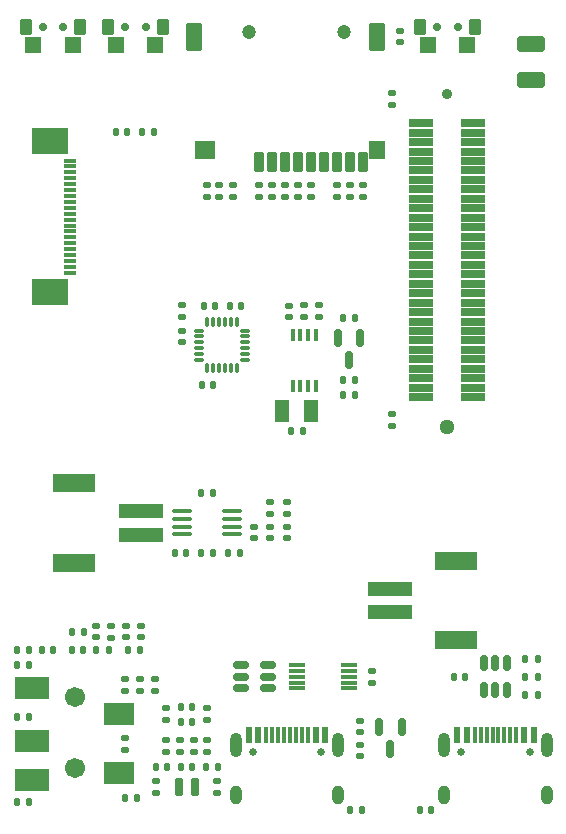
<source format=gts>
G04 #@! TF.GenerationSoftware,KiCad,Pcbnew,(6.0.4)*
G04 #@! TF.CreationDate,2022-04-26T12:45:06+08:00*
G04 #@! TF.ProjectId,A133CoreDK,41313333-436f-4726-9544-4b2e6b696361,rev?*
G04 #@! TF.SameCoordinates,Original*
G04 #@! TF.FileFunction,Soldermask,Top*
G04 #@! TF.FilePolarity,Negative*
%FSLAX46Y46*%
G04 Gerber Fmt 4.6, Leading zero omitted, Abs format (unit mm)*
G04 Created by KiCad (PCBNEW (6.0.4)) date 2022-04-26 12:45:06*
%MOMM*%
%LPD*%
G01*
G04 APERTURE LIST*
G04 Aperture macros list*
%AMRoundRect*
0 Rectangle with rounded corners*
0 $1 Rounding radius*
0 $2 $3 $4 $5 $6 $7 $8 $9 X,Y pos of 4 corners*
0 Add a 4 corners polygon primitive as box body*
4,1,4,$2,$3,$4,$5,$6,$7,$8,$9,$2,$3,0*
0 Add four circle primitives for the rounded corners*
1,1,$1+$1,$2,$3*
1,1,$1+$1,$4,$5*
1,1,$1+$1,$6,$7*
1,1,$1+$1,$8,$9*
0 Add four rect primitives between the rounded corners*
20,1,$1+$1,$2,$3,$4,$5,0*
20,1,$1+$1,$4,$5,$6,$7,0*
20,1,$1+$1,$6,$7,$8,$9,0*
20,1,$1+$1,$8,$9,$2,$3,0*%
G04 Aperture macros list end*
%ADD10RoundRect,0.135000X-0.135000X-0.185000X0.135000X-0.185000X0.135000X0.185000X-0.135000X0.185000X0*%
%ADD11RoundRect,0.135000X-0.185000X0.135000X-0.185000X-0.135000X0.185000X-0.135000X0.185000X0.135000X0*%
%ADD12RoundRect,0.135000X0.135000X0.185000X-0.135000X0.185000X-0.135000X-0.185000X0.135000X-0.185000X0*%
%ADD13R,1.400000X0.300000*%
%ADD14RoundRect,0.250000X-0.925000X0.412500X-0.925000X-0.412500X0.925000X-0.412500X0.925000X0.412500X0*%
%ADD15RoundRect,0.135000X0.185000X-0.135000X0.185000X0.135000X-0.185000X0.135000X-0.185000X-0.135000X0*%
%ADD16RoundRect,0.140000X0.170000X-0.140000X0.170000X0.140000X-0.170000X0.140000X-0.170000X-0.140000X0*%
%ADD17RoundRect,0.050800X-1.850400X0.500400X-1.850400X-0.500400X1.850400X-0.500400X1.850400X0.500400X0*%
%ADD18RoundRect,0.050800X-1.700550X0.750550X-1.700550X-0.750550X1.700550X-0.750550X1.700550X0.750550X0*%
%ADD19C,1.198900*%
%ADD20RoundRect,0.050800X0.350500X0.800100X-0.350500X0.800100X-0.350500X-0.800100X0.350500X-0.800100X0*%
%ADD21RoundRect,0.050800X0.599450X0.750550X-0.599450X0.750550X-0.599450X-0.750550X0.599450X-0.750550X0*%
%ADD22RoundRect,0.050800X0.599450X1.099800X-0.599450X1.099800X-0.599450X-1.099800X0.599450X-1.099800X0*%
%ADD23RoundRect,0.050800X0.800100X0.750550X-0.800100X0.750550X-0.800100X-0.750550X0.800100X-0.750550X0*%
%ADD24RoundRect,0.140000X-0.140000X-0.170000X0.140000X-0.170000X0.140000X0.170000X-0.140000X0.170000X0*%
%ADD25RoundRect,0.050800X-0.500400X0.900450X-0.500400X-0.900450X0.500400X-0.900450X0.500400X0.900450X0*%
%ADD26RoundRect,0.150000X-0.150000X0.587500X-0.150000X-0.587500X0.150000X-0.587500X0.150000X0.587500X0*%
%ADD27RoundRect,0.140000X0.140000X0.170000X-0.140000X0.170000X-0.140000X-0.170000X0.140000X-0.170000X0*%
%ADD28RoundRect,0.100000X0.712500X0.100000X-0.712500X0.100000X-0.712500X-0.100000X0.712500X-0.100000X0*%
%ADD29C,1.300500*%
%ADD30C,0.899200*%
%ADD31RoundRect,0.050800X-0.999500X0.250200X-0.999500X-0.250200X0.999500X-0.250200X0.999500X0.250200X0*%
%ADD32RoundRect,0.140000X-0.170000X0.140000X-0.170000X-0.140000X0.170000X-0.140000X0.170000X0.140000X0*%
%ADD33RoundRect,0.147500X-0.147500X-0.172500X0.147500X-0.172500X0.147500X0.172500X-0.147500X0.172500X0*%
%ADD34R,0.400000X1.100000*%
%ADD35C,1.701800*%
%ADD36RoundRect,0.050800X1.399550X0.900450X-1.399550X0.900450X-1.399550X-0.900450X1.399550X-0.900450X0*%
%ADD37RoundRect,0.050800X1.249700X0.900450X-1.249700X0.900450X-1.249700X-0.900450X1.249700X-0.900450X0*%
%ADD38C,0.701000*%
%ADD39RoundRect,0.050800X0.449600X0.599450X-0.449600X0.599450X-0.449600X-0.599450X0.449600X-0.599450X0*%
%ADD40RoundRect,0.050800X-0.449600X-0.599450X0.449600X-0.599450X0.449600X0.599450X-0.449600X0.599450X0*%
%ADD41RoundRect,0.050800X0.599450X0.650250X-0.599450X0.650250X-0.599450X-0.650250X0.599450X-0.650250X0*%
%ADD42C,0.650000*%
%ADD43R,0.600000X1.450000*%
%ADD44R,0.300000X1.450000*%
%ADD45O,1.000000X2.100000*%
%ADD46O,1.000000X1.600000*%
%ADD47R,1.100000X0.300000*%
%ADD48R,3.100000X2.300000*%
%ADD49RoundRect,0.150000X0.512500X0.150000X-0.512500X0.150000X-0.512500X-0.150000X0.512500X-0.150000X0*%
%ADD50RoundRect,0.075000X0.350000X0.075000X-0.350000X0.075000X-0.350000X-0.075000X0.350000X-0.075000X0*%
%ADD51RoundRect,0.075000X-0.075000X0.350000X-0.075000X-0.350000X0.075000X-0.350000X0.075000X0.350000X0*%
%ADD52RoundRect,0.175000X0.175000X-0.625000X0.175000X0.625000X-0.175000X0.625000X-0.175000X-0.625000X0*%
%ADD53RoundRect,0.050800X1.850400X-0.500400X1.850400X0.500400X-1.850400X0.500400X-1.850400X-0.500400X0*%
%ADD54RoundRect,0.050800X1.700550X-0.750550X1.700550X0.750550X-1.700550X0.750550X-1.700550X-0.750550X0*%
%ADD55RoundRect,0.150000X0.150000X-0.512500X0.150000X0.512500X-0.150000X0.512500X-0.150000X-0.512500X0*%
G04 APERTURE END LIST*
D10*
X152779000Y-124968000D03*
X153799000Y-124968000D03*
D11*
X135001000Y-113866200D03*
X135001000Y-114886200D03*
D12*
X125579600Y-124282200D03*
X124559600Y-124282200D03*
D13*
X148295000Y-112645100D03*
X148295000Y-113145100D03*
X148295000Y-113645100D03*
X148295000Y-114145100D03*
X148295000Y-114645100D03*
X152695000Y-114645100D03*
X152695000Y-114145100D03*
X152695000Y-113645100D03*
X152695000Y-113145100D03*
X152695000Y-112645100D03*
D14*
X168148000Y-60057500D03*
X168148000Y-63132500D03*
D12*
X132336000Y-111404400D03*
X131316000Y-111404400D03*
D15*
X136398000Y-123471400D03*
X136398000Y-122451400D03*
D16*
X153670000Y-120368000D03*
X153670000Y-119408000D03*
D11*
X146050000Y-98854800D03*
X146050000Y-99874800D03*
D17*
X135056900Y-99634000D03*
X135056900Y-101635600D03*
D18*
X129407900Y-103985100D03*
X129407900Y-97284500D03*
D19*
X144269500Y-59070200D03*
X152270500Y-59070200D03*
D20*
X145069600Y-70071000D03*
X146169400Y-70071000D03*
X147269200Y-70071000D03*
X148369000Y-70071000D03*
X149468800Y-70071000D03*
X150568700Y-70071000D03*
X151671000Y-70071000D03*
X152770800Y-70071000D03*
D21*
X155069500Y-69070200D03*
D22*
X155069500Y-59469000D03*
X139570500Y-59469000D03*
D23*
X140469600Y-69070200D03*
D20*
X153870700Y-70071000D03*
D24*
X152227400Y-83312000D03*
X153187400Y-83312000D03*
D11*
X140716000Y-116279200D03*
X140716000Y-117299200D03*
D15*
X147269200Y-73027000D03*
X147269200Y-72007000D03*
D11*
X137210800Y-116279200D03*
X137210800Y-117299200D03*
X133756400Y-113866200D03*
X133756400Y-114886200D03*
D25*
X149512100Y-91135200D03*
X147012700Y-91135200D03*
D26*
X153657400Y-84990700D03*
X151757400Y-84990700D03*
X152707400Y-86865700D03*
D16*
X147472400Y-101927600D03*
X147472400Y-100967600D03*
D11*
X141732000Y-72007000D03*
X141732000Y-73027000D03*
D27*
X139443400Y-117449600D03*
X138483400Y-117449600D03*
D15*
X145069600Y-73027000D03*
X145069600Y-72007000D03*
D10*
X124559600Y-117094000D03*
X125579600Y-117094000D03*
D28*
X142803100Y-101609800D03*
X142803100Y-100959800D03*
X142803100Y-100309800D03*
X142803100Y-99659800D03*
X138578100Y-99659800D03*
X138578100Y-100309800D03*
X138578100Y-100959800D03*
X138578100Y-101609800D03*
D15*
X153870700Y-73027000D03*
X153870700Y-72007000D03*
D10*
X140180600Y-98120200D03*
X141200600Y-98120200D03*
D12*
X153217400Y-89789000D03*
X152197400Y-89789000D03*
D24*
X142598200Y-82245200D03*
X143558200Y-82245200D03*
D29*
X160985200Y-92486400D03*
D30*
X160985200Y-64287400D03*
D31*
X163184800Y-66786700D03*
X163184800Y-67586800D03*
X163184800Y-68386900D03*
X163184800Y-69187000D03*
X163184800Y-69987100D03*
X163184800Y-70787200D03*
X163184800Y-71587300D03*
X163184800Y-72387400D03*
X163184800Y-73187500D03*
X163184800Y-73987600D03*
X163184800Y-74787700D03*
X163184800Y-75587800D03*
X163184800Y-76387900D03*
X163184800Y-77188000D03*
X163184800Y-77988100D03*
X163184800Y-78788200D03*
X163184800Y-79585800D03*
X163184800Y-80385900D03*
X163184800Y-81186000D03*
X163184800Y-81986100D03*
X163184800Y-82786200D03*
X163184800Y-83586300D03*
X163184800Y-84386400D03*
X163184800Y-85186500D03*
X163184800Y-85986600D03*
X163184800Y-86786700D03*
X163184800Y-87586800D03*
X163184800Y-88386900D03*
X163184800Y-89187000D03*
X163184800Y-89987100D03*
X158785600Y-66786700D03*
X158785600Y-67586800D03*
X158785600Y-68386900D03*
X158785600Y-69187000D03*
X158785600Y-69987100D03*
X158785600Y-70787200D03*
X158785600Y-71587300D03*
X158785600Y-72387400D03*
X158785600Y-73187500D03*
X158785600Y-73987600D03*
X158785600Y-74787700D03*
X158785600Y-75587800D03*
X158785600Y-76387900D03*
X158785600Y-77188000D03*
X158785600Y-77988100D03*
X158785600Y-78788200D03*
X158785600Y-79585800D03*
X158785600Y-80385900D03*
X158785600Y-81186000D03*
X158785600Y-81986100D03*
X158785600Y-82786200D03*
X158785600Y-83586300D03*
X158785600Y-84386400D03*
X158785600Y-85186500D03*
X158785600Y-85986600D03*
X158785600Y-86786700D03*
X158785600Y-87586800D03*
X158785600Y-88386900D03*
X158785600Y-89187000D03*
X158785600Y-89987100D03*
D32*
X153670000Y-117376000D03*
X153670000Y-118336000D03*
D11*
X156337000Y-64260000D03*
X156337000Y-65280000D03*
D33*
X132966600Y-67564000D03*
X133936600Y-67564000D03*
D34*
X147922400Y-89043400D03*
X148572400Y-89043400D03*
X149222400Y-89043400D03*
X149872400Y-89043400D03*
X149872400Y-84743400D03*
X149222400Y-84743400D03*
X148572400Y-84743400D03*
X147922400Y-84743400D03*
D15*
X149468800Y-73027000D03*
X149468800Y-72007000D03*
D10*
X124559600Y-111404400D03*
X125579600Y-111404400D03*
D11*
X147472400Y-98854800D03*
X147472400Y-99874800D03*
D15*
X133756400Y-119864600D03*
X133756400Y-118844600D03*
D32*
X133858000Y-109349600D03*
X133858000Y-110309600D03*
D10*
X167638000Y-112141000D03*
X168658000Y-112141000D03*
D33*
X158696800Y-124968000D03*
X159666800Y-124968000D03*
D32*
X142915600Y-72037000D03*
X142915600Y-72997000D03*
D16*
X138379200Y-120012400D03*
X138379200Y-119052400D03*
D35*
X129489200Y-115341400D03*
X129489200Y-121340900D03*
D36*
X125890000Y-122389900D03*
D37*
X133190000Y-116840000D03*
D36*
X125890000Y-119090400D03*
X125890000Y-114592100D03*
D37*
X133190000Y-121841300D03*
D15*
X151671000Y-73027000D03*
X151671000Y-72007000D03*
D27*
X139443400Y-116179600D03*
X138483400Y-116179600D03*
D16*
X139547600Y-120012400D03*
X139547600Y-119052400D03*
D27*
X127657800Y-111404400D03*
X126697800Y-111404400D03*
X141196000Y-88925400D03*
X140236000Y-88925400D03*
X148767800Y-92887800D03*
X147807800Y-92887800D03*
D38*
X135470900Y-58661300D03*
D39*
X136921200Y-58661300D03*
D40*
X132321300Y-58661300D03*
D38*
X133769100Y-58661300D03*
D41*
X132946100Y-60210700D03*
X136296400Y-60210700D03*
D42*
X167990000Y-120007000D03*
X162210000Y-120007000D03*
D43*
X161850000Y-118562000D03*
X162650000Y-118562000D03*
D44*
X163850000Y-118562000D03*
X164850000Y-118562000D03*
X165350000Y-118562000D03*
X166350000Y-118562000D03*
D43*
X167550000Y-118562000D03*
X168350000Y-118562000D03*
X168350000Y-118562000D03*
X167550000Y-118562000D03*
D44*
X166850000Y-118562000D03*
X165850000Y-118562000D03*
X164350000Y-118562000D03*
X163350000Y-118562000D03*
D43*
X162650000Y-118562000D03*
X161850000Y-118562000D03*
D45*
X169420000Y-119477000D03*
D46*
X160780000Y-123657000D03*
X169420000Y-123657000D03*
D45*
X160780000Y-119477000D03*
D40*
X125336300Y-58661300D03*
D38*
X126784100Y-58661300D03*
X128485900Y-58661300D03*
D39*
X129936200Y-58661300D03*
D41*
X125961100Y-60210700D03*
X129311400Y-60210700D03*
D11*
X141503400Y-122451400D03*
X141503400Y-123471400D03*
D10*
X140180600Y-103174800D03*
X141200600Y-103174800D03*
D24*
X129237800Y-111404400D03*
X130197800Y-111404400D03*
D27*
X138884600Y-103174800D03*
X137924600Y-103174800D03*
D42*
X144557000Y-120007000D03*
X150337000Y-120007000D03*
D43*
X144197000Y-118562000D03*
X144997000Y-118562000D03*
D44*
X146197000Y-118562000D03*
X147197000Y-118562000D03*
X147697000Y-118562000D03*
X148697000Y-118562000D03*
D43*
X149897000Y-118562000D03*
X150697000Y-118562000D03*
X150697000Y-118562000D03*
X149897000Y-118562000D03*
D44*
X149197000Y-118562000D03*
X148197000Y-118562000D03*
X146697000Y-118562000D03*
X145697000Y-118562000D03*
D43*
X144997000Y-118562000D03*
X144197000Y-118562000D03*
D46*
X143127000Y-123657000D03*
D45*
X143127000Y-119477000D03*
X151767000Y-119477000D03*
D46*
X151767000Y-123657000D03*
D27*
X141577000Y-121285000D03*
X140617000Y-121285000D03*
D10*
X167638000Y-115189000D03*
X168658000Y-115189000D03*
D11*
X150192800Y-82192400D03*
X150192800Y-83212400D03*
D27*
X139443400Y-121285000D03*
X138483400Y-121285000D03*
D26*
X157160000Y-117934500D03*
X155260000Y-117934500D03*
X156210000Y-119809500D03*
D27*
X141348400Y-82245200D03*
X140388400Y-82245200D03*
D47*
X129097192Y-69951400D03*
X129097192Y-70451400D03*
X129097192Y-70951400D03*
X129097192Y-71451400D03*
X129097192Y-71951400D03*
X129097192Y-72451400D03*
X129097192Y-72951400D03*
X129097192Y-73451400D03*
X129097192Y-73951400D03*
X129097192Y-74451400D03*
X129097192Y-74951400D03*
X129097192Y-75451400D03*
X129097192Y-75951400D03*
X129097192Y-76451400D03*
X129097192Y-76951400D03*
X129097192Y-77451400D03*
X129097192Y-77951400D03*
X129097192Y-78451400D03*
X129097192Y-78951400D03*
X129097192Y-79451400D03*
D48*
X127397192Y-68281400D03*
X127397192Y-81121400D03*
D12*
X136196800Y-67564000D03*
X135176800Y-67564000D03*
D16*
X157022800Y-59916000D03*
X157022800Y-58956000D03*
D12*
X168658000Y-113665000D03*
X167638000Y-113665000D03*
D16*
X144678400Y-101919800D03*
X144678400Y-100959800D03*
D11*
X140632200Y-72007000D03*
X140632200Y-73027000D03*
D10*
X142466600Y-103174800D03*
X143486600Y-103174800D03*
D49*
X145866700Y-114595100D03*
X145866700Y-113645100D03*
X145866700Y-112695100D03*
X143591700Y-112695100D03*
X143591700Y-113645100D03*
X143591700Y-114595100D03*
D10*
X124559600Y-112623600D03*
X125579600Y-112623600D03*
D12*
X130253200Y-109905800D03*
X129233200Y-109905800D03*
D27*
X134973000Y-111404400D03*
X134013000Y-111404400D03*
D15*
X146169400Y-73027000D03*
X146169400Y-72007000D03*
D24*
X161572000Y-113665000D03*
X162532000Y-113665000D03*
D16*
X131318000Y-110309600D03*
X131318000Y-109349600D03*
D15*
X148369000Y-73027000D03*
X148369000Y-72007000D03*
D11*
X140716000Y-119022400D03*
X140716000Y-120042400D03*
D16*
X146050000Y-101927600D03*
X146050000Y-100967600D03*
D12*
X134749000Y-123901200D03*
X133729000Y-123901200D03*
D50*
X143910600Y-86848000D03*
X143910600Y-86348000D03*
X143910600Y-85848000D03*
X143910600Y-85348000D03*
X143910600Y-84848000D03*
X143910600Y-84348000D03*
D51*
X143210600Y-83648000D03*
X142710600Y-83648000D03*
X142210600Y-83648000D03*
X141710600Y-83648000D03*
X141210600Y-83648000D03*
X140710600Y-83648000D03*
D50*
X140010600Y-84348000D03*
X140010600Y-84848000D03*
X140010600Y-85348000D03*
X140010600Y-85848000D03*
X140010600Y-86348000D03*
X140010600Y-86848000D03*
D51*
X140710600Y-87548000D03*
X141210600Y-87548000D03*
X141710600Y-87548000D03*
X142210600Y-87548000D03*
X142710600Y-87548000D03*
X143210600Y-87548000D03*
D15*
X136245600Y-114886200D03*
X136245600Y-113866200D03*
X137210800Y-120042400D03*
X137210800Y-119022400D03*
X138557000Y-83212400D03*
X138557000Y-82192400D03*
D16*
X154686000Y-114145000D03*
X154686000Y-113185000D03*
D11*
X156337000Y-91387200D03*
X156337000Y-92407200D03*
D16*
X147652800Y-83207800D03*
X147652800Y-82247800D03*
D15*
X152770800Y-73027000D03*
X152770800Y-72007000D03*
D52*
X138263400Y-123007600D03*
X139663400Y-123007600D03*
D38*
X161886900Y-58661300D03*
D40*
X158737300Y-58661300D03*
D38*
X160185100Y-58661300D03*
D39*
X163337200Y-58661300D03*
D41*
X159362100Y-60210700D03*
X162712400Y-60210700D03*
D32*
X138557000Y-84356000D03*
X138557000Y-85316000D03*
X135128000Y-109349600D03*
X135128000Y-110309600D03*
D53*
X156128700Y-108214200D03*
X156128700Y-106212600D03*
D54*
X161777700Y-103863100D03*
X161777700Y-110563700D03*
D24*
X152227400Y-88544400D03*
X153187400Y-88544400D03*
D11*
X148922800Y-82192400D03*
X148922800Y-83212400D03*
D27*
X137309800Y-121285000D03*
X136349800Y-121285000D03*
D55*
X164150000Y-114782600D03*
X165100000Y-114782600D03*
X166050000Y-114782600D03*
X166050000Y-112507600D03*
X165100000Y-112507600D03*
X164150000Y-112507600D03*
D11*
X132588000Y-109319600D03*
X132588000Y-110339600D03*
M02*

</source>
